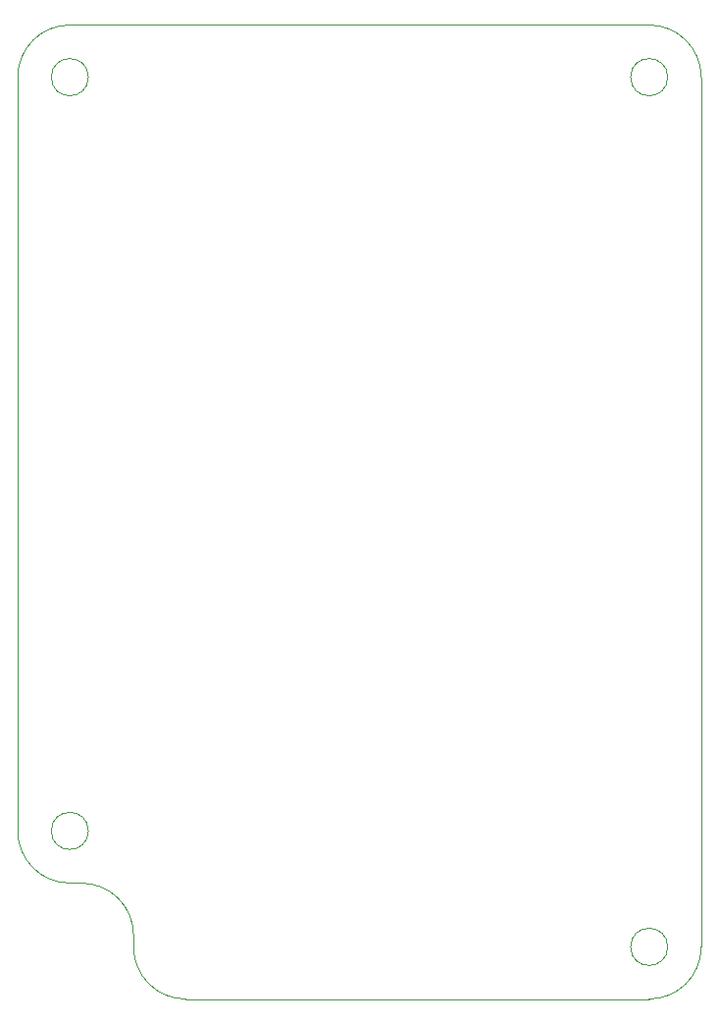
<source format=gm1>
%TF.GenerationSoftware,KiCad,Pcbnew,7.0.9*%
%TF.CreationDate,2025-04-01T16:19:29-06:00*%
%TF.ProjectId,Power_Supply_Brain,506f7765-725f-4537-9570-706c795f4272,rev?*%
%TF.SameCoordinates,Original*%
%TF.FileFunction,Profile,NP*%
%FSLAX46Y46*%
G04 Gerber Fmt 4.6, Leading zero omitted, Abs format (unit mm)*
G04 Created by KiCad (PCBNEW 7.0.9) date 2025-04-01 16:19:29*
%MOMM*%
%LPD*%
G01*
G04 APERTURE LIST*
%TA.AperFunction,Profile*%
%ADD10C,0.100000*%
%TD*%
G04 APERTURE END LIST*
D10*
X174500000Y-145000000D02*
G75*
G03*
X179000000Y-140500000I0J4500000D01*
G01*
X179000000Y-65500000D02*
G75*
G03*
X174500000Y-61000000I-4500000J0D01*
G01*
X124500000Y-61000000D02*
G75*
G03*
X120000000Y-65500000I0J-4500000D01*
G01*
X126100000Y-65500000D02*
G75*
G03*
X126100000Y-65500000I-1600000J0D01*
G01*
X179000000Y-140500000D02*
X179000000Y-65500000D01*
X176100000Y-65500000D02*
G75*
G03*
X176100000Y-65500000I-1600000J0D01*
G01*
X130000000Y-140500000D02*
G75*
G03*
X134500000Y-145000000I4500000J0D01*
G01*
X176100000Y-140500000D02*
G75*
G03*
X176100000Y-140500000I-1600000J0D01*
G01*
X120000000Y-130500000D02*
X120000000Y-65500000D01*
X124500000Y-135000000D02*
X125500000Y-135000000D01*
X130000000Y-140500000D02*
X130000000Y-139500000D01*
X134500000Y-145000000D02*
X174500000Y-145000000D01*
X126100000Y-130500000D02*
G75*
G03*
X126100000Y-130500000I-1600000J0D01*
G01*
X130000000Y-139500000D02*
G75*
G03*
X125500000Y-135000000I-4500000J0D01*
G01*
X124500000Y-61000000D02*
X174500000Y-61000000D01*
X120000000Y-130500000D02*
G75*
G03*
X124500000Y-135000000I4500000J0D01*
G01*
M02*

</source>
